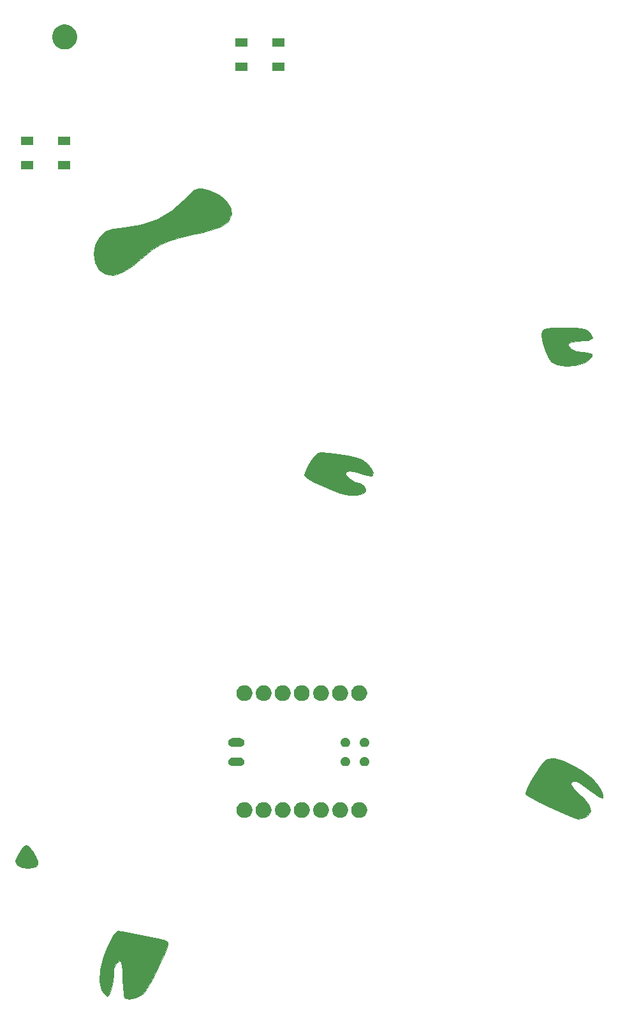
<source format=gbr>
G04 #@! TF.GenerationSoftware,KiCad,Pcbnew,(5.1.2)-1*
G04 #@! TF.CreationDate,2022-09-26T01:02:19+09:00*
G04 #@! TF.ProjectId,gopher_jump_xiao,676f7068-6572-45f6-9a75-6d705f786961,rev?*
G04 #@! TF.SameCoordinates,Original*
G04 #@! TF.FileFunction,Soldermask,Top*
G04 #@! TF.FilePolarity,Negative*
%FSLAX46Y46*%
G04 Gerber Fmt 4.6, Leading zero omitted, Abs format (unit mm)*
G04 Created by KiCad (PCBNEW (5.1.2)-1) date 2022-09-26 01:02:19*
%MOMM*%
%LPD*%
G04 APERTURE LIST*
%ADD10C,0.100000*%
G04 APERTURE END LIST*
D10*
G36*
X88470000Y-74020000D02*
G01*
X89510000Y-73680000D01*
X90440000Y-73600000D01*
X93130000Y-73160000D01*
X93310000Y-73100000D01*
X93370000Y-73080000D01*
X93430000Y-73060000D01*
X93590000Y-73010000D01*
X94170000Y-72820000D01*
X94670000Y-72650000D01*
X95190000Y-72480000D01*
X95380000Y-72420000D01*
X97290000Y-71330000D01*
X98810000Y-69940000D01*
X99350000Y-69390000D01*
X99800000Y-68910000D01*
X100350000Y-68470000D01*
X100820000Y-68300000D01*
X101340000Y-68340000D01*
X102300000Y-68590000D01*
X103640000Y-69210000D01*
X104580000Y-70020000D01*
X105120000Y-70920000D01*
X105210000Y-71840000D01*
X105100000Y-72070000D01*
X104790000Y-72700000D01*
X103830000Y-73400000D01*
X103550000Y-73520000D01*
X103240000Y-73620000D01*
X102740000Y-73780000D01*
X101560000Y-74090000D01*
X101380000Y-74140000D01*
X99970000Y-74460000D01*
X98260000Y-74840000D01*
X96910000Y-75250000D01*
X95750000Y-75780000D01*
X94680000Y-76480000D01*
X92710000Y-78070000D01*
X92450000Y-78280000D01*
X91560000Y-78920000D01*
X90790000Y-79400000D01*
X89550000Y-79810000D01*
X88490000Y-79700000D01*
X87620000Y-79070000D01*
X87130000Y-78150000D01*
X86960000Y-77000000D01*
X87150000Y-75830000D01*
X87680000Y-74780000D01*
X88470000Y-74020000D01*
G37*
X88470000Y-74020000D02*
X89510000Y-73680000D01*
X90440000Y-73600000D01*
X93130000Y-73160000D01*
X93310000Y-73100000D01*
X93370000Y-73080000D01*
X93430000Y-73060000D01*
X93590000Y-73010000D01*
X94170000Y-72820000D01*
X94670000Y-72650000D01*
X95190000Y-72480000D01*
X95380000Y-72420000D01*
X97290000Y-71330000D01*
X98810000Y-69940000D01*
X99350000Y-69390000D01*
X99800000Y-68910000D01*
X100350000Y-68470000D01*
X100820000Y-68300000D01*
X101340000Y-68340000D01*
X102300000Y-68590000D01*
X103640000Y-69210000D01*
X104580000Y-70020000D01*
X105120000Y-70920000D01*
X105210000Y-71840000D01*
X105100000Y-72070000D01*
X104790000Y-72700000D01*
X103830000Y-73400000D01*
X103550000Y-73520000D01*
X103240000Y-73620000D01*
X102740000Y-73780000D01*
X101560000Y-74090000D01*
X101380000Y-74140000D01*
X99970000Y-74460000D01*
X98260000Y-74840000D01*
X96910000Y-75250000D01*
X95750000Y-75780000D01*
X94680000Y-76480000D01*
X92710000Y-78070000D01*
X92450000Y-78280000D01*
X91560000Y-78920000D01*
X90790000Y-79400000D01*
X89550000Y-79810000D01*
X88490000Y-79700000D01*
X87620000Y-79070000D01*
X87130000Y-78150000D01*
X86960000Y-77000000D01*
X87150000Y-75830000D01*
X87680000Y-74780000D01*
X88470000Y-74020000D01*
G36*
X116690000Y-103370000D02*
G01*
X117190000Y-103310000D01*
X118170000Y-103370000D01*
X119450000Y-103530000D01*
X120660000Y-103730000D01*
X121780000Y-103980000D01*
X122540000Y-104240000D01*
X123180000Y-104710000D01*
X123720000Y-105340000D01*
X124030000Y-105960000D01*
X123980000Y-106370000D01*
X123820000Y-106410000D01*
X123180000Y-106330000D01*
X122560000Y-106160000D01*
X121840000Y-105950000D01*
X120900000Y-105790000D01*
X120390000Y-105900000D01*
X120360000Y-106250000D01*
X120880000Y-106790000D01*
X121520000Y-107190000D01*
X122040000Y-107370000D01*
X122220000Y-107390000D01*
X122720000Y-107690000D01*
X123020000Y-108150000D01*
X123020000Y-108160000D01*
X122970000Y-108460000D01*
X122950000Y-108560000D01*
X122760000Y-108690000D01*
X121890000Y-108950000D01*
X120790000Y-108960000D01*
X119650000Y-108720000D01*
X118320000Y-108210000D01*
X117400000Y-107810000D01*
X117030000Y-107650000D01*
X116440000Y-107360000D01*
X116030000Y-107160000D01*
X115920000Y-107110000D01*
X115190000Y-106670000D01*
X114910000Y-106380000D01*
X114990000Y-106010000D01*
X115320000Y-105250000D01*
X115770000Y-104460000D01*
X116300000Y-103710000D01*
X116690000Y-103370000D01*
G37*
X116690000Y-103370000D02*
X117190000Y-103310000D01*
X118170000Y-103370000D01*
X119450000Y-103530000D01*
X120660000Y-103730000D01*
X121780000Y-103980000D01*
X122540000Y-104240000D01*
X123180000Y-104710000D01*
X123720000Y-105340000D01*
X124030000Y-105960000D01*
X123980000Y-106370000D01*
X123820000Y-106410000D01*
X123180000Y-106330000D01*
X122560000Y-106160000D01*
X121840000Y-105950000D01*
X120900000Y-105790000D01*
X120390000Y-105900000D01*
X120360000Y-106250000D01*
X120880000Y-106790000D01*
X121520000Y-107190000D01*
X122040000Y-107370000D01*
X122220000Y-107390000D01*
X122720000Y-107690000D01*
X123020000Y-108150000D01*
X123020000Y-108160000D01*
X122970000Y-108460000D01*
X122950000Y-108560000D01*
X122760000Y-108690000D01*
X121890000Y-108950000D01*
X120790000Y-108960000D01*
X119650000Y-108720000D01*
X118320000Y-108210000D01*
X117400000Y-107810000D01*
X117030000Y-107650000D01*
X116440000Y-107360000D01*
X116030000Y-107160000D01*
X115920000Y-107110000D01*
X115190000Y-106670000D01*
X114910000Y-106380000D01*
X114990000Y-106010000D01*
X115320000Y-105250000D01*
X115770000Y-104460000D01*
X116300000Y-103710000D01*
X116690000Y-103370000D01*
G36*
X146610000Y-87020000D02*
G01*
X147060000Y-86860000D01*
X147910000Y-86780000D01*
X148750000Y-86760000D01*
X150100000Y-86770000D01*
X150880000Y-86770000D01*
X151720000Y-86870000D01*
X152270000Y-87050000D01*
X152690000Y-87360000D01*
X153020000Y-87730000D01*
X153120000Y-88170000D01*
X152670000Y-88430000D01*
X152640000Y-88440000D01*
X151990000Y-88490000D01*
X151200000Y-88530000D01*
X150380000Y-88660000D01*
X149950000Y-88870000D01*
X149910000Y-89170000D01*
X149910000Y-89180000D01*
X150280000Y-89590000D01*
X151010000Y-89910000D01*
X151890000Y-90030000D01*
X151940000Y-90040000D01*
X152430000Y-90060000D01*
X153030000Y-90250000D01*
X153060000Y-90630000D01*
X152490000Y-91180000D01*
X152010000Y-91450000D01*
X150880000Y-91760000D01*
X149630000Y-91830000D01*
X148460000Y-91660000D01*
X147660000Y-91250000D01*
X147310000Y-90760000D01*
X146910000Y-89870000D01*
X146590000Y-88790000D01*
X146420000Y-87820000D01*
X146460000Y-87190000D01*
X146610000Y-87020000D01*
G37*
X146610000Y-87020000D02*
X147060000Y-86860000D01*
X147910000Y-86780000D01*
X148750000Y-86760000D01*
X150100000Y-86770000D01*
X150880000Y-86770000D01*
X151720000Y-86870000D01*
X152270000Y-87050000D01*
X152690000Y-87360000D01*
X153020000Y-87730000D01*
X153120000Y-88170000D01*
X152670000Y-88430000D01*
X152640000Y-88440000D01*
X151990000Y-88490000D01*
X151200000Y-88530000D01*
X150380000Y-88660000D01*
X149950000Y-88870000D01*
X149910000Y-89170000D01*
X149910000Y-89180000D01*
X150280000Y-89590000D01*
X151010000Y-89910000D01*
X151890000Y-90030000D01*
X151940000Y-90040000D01*
X152430000Y-90060000D01*
X153030000Y-90250000D01*
X153060000Y-90630000D01*
X152490000Y-91180000D01*
X152010000Y-91450000D01*
X150880000Y-91760000D01*
X149630000Y-91830000D01*
X148460000Y-91660000D01*
X147660000Y-91250000D01*
X147310000Y-90760000D01*
X146910000Y-89870000D01*
X146590000Y-88790000D01*
X146420000Y-87820000D01*
X146460000Y-87190000D01*
X146610000Y-87020000D01*
G36*
X146610000Y-144350000D02*
G01*
X147000000Y-144040000D01*
X147730000Y-143830000D01*
X148180000Y-143890000D01*
X149220000Y-144210000D01*
X150270000Y-144690000D01*
X150510000Y-144790000D01*
X151700000Y-145450000D01*
X152740000Y-146180000D01*
X152950000Y-146360000D01*
X153670000Y-147140000D01*
X154230000Y-147970000D01*
X154520000Y-148660000D01*
X154480000Y-149080000D01*
X154180000Y-149000000D01*
X153840000Y-148810000D01*
X153520000Y-148630000D01*
X153390000Y-148540000D01*
X153320000Y-148490000D01*
X153220000Y-148420000D01*
X152980000Y-148250000D01*
X152670000Y-148030000D01*
X152330000Y-147780000D01*
X152050000Y-147580000D01*
X151730000Y-147350000D01*
X151460000Y-147160000D01*
X151030000Y-146940000D01*
X150890000Y-146870000D01*
X150540000Y-146870000D01*
X150530000Y-146870000D01*
X150280000Y-147120000D01*
X150300000Y-147340000D01*
X150670000Y-147890000D01*
X151500000Y-148700000D01*
X151950000Y-149130000D01*
X152700000Y-150110000D01*
X152890000Y-150900000D01*
X152500000Y-151480000D01*
X152070000Y-151700000D01*
X151280000Y-151860000D01*
X150990000Y-151800000D01*
X150280000Y-151550000D01*
X149130000Y-151070000D01*
X148120000Y-150610000D01*
X147530000Y-150340000D01*
X146700000Y-149950000D01*
X146120000Y-149660000D01*
X145500000Y-149340000D01*
X144760000Y-148930000D01*
X144620000Y-148850000D01*
X144300000Y-148610000D01*
X144300000Y-148400000D01*
X144530000Y-147770000D01*
X144980000Y-146880000D01*
X145500000Y-145950000D01*
X145830000Y-145430000D01*
X146100000Y-145010000D01*
X146610000Y-144350000D01*
G37*
X146610000Y-144350000D02*
X147000000Y-144040000D01*
X147730000Y-143830000D01*
X148180000Y-143890000D01*
X149220000Y-144210000D01*
X150270000Y-144690000D01*
X150510000Y-144790000D01*
X151700000Y-145450000D01*
X152740000Y-146180000D01*
X152950000Y-146360000D01*
X153670000Y-147140000D01*
X154230000Y-147970000D01*
X154520000Y-148660000D01*
X154480000Y-149080000D01*
X154180000Y-149000000D01*
X153840000Y-148810000D01*
X153520000Y-148630000D01*
X153390000Y-148540000D01*
X153320000Y-148490000D01*
X153220000Y-148420000D01*
X152980000Y-148250000D01*
X152670000Y-148030000D01*
X152330000Y-147780000D01*
X152050000Y-147580000D01*
X151730000Y-147350000D01*
X151460000Y-147160000D01*
X151030000Y-146940000D01*
X150890000Y-146870000D01*
X150540000Y-146870000D01*
X150530000Y-146870000D01*
X150280000Y-147120000D01*
X150300000Y-147340000D01*
X150670000Y-147890000D01*
X151500000Y-148700000D01*
X151950000Y-149130000D01*
X152700000Y-150110000D01*
X152890000Y-150900000D01*
X152500000Y-151480000D01*
X152070000Y-151700000D01*
X151280000Y-151860000D01*
X150990000Y-151800000D01*
X150280000Y-151550000D01*
X149130000Y-151070000D01*
X148120000Y-150610000D01*
X147530000Y-150340000D01*
X146700000Y-149950000D01*
X146120000Y-149660000D01*
X145500000Y-149340000D01*
X144760000Y-148930000D01*
X144620000Y-148850000D01*
X144300000Y-148610000D01*
X144300000Y-148400000D01*
X144530000Y-147770000D01*
X144980000Y-146880000D01*
X145500000Y-145950000D01*
X145830000Y-145430000D01*
X146100000Y-145010000D01*
X146610000Y-144350000D01*
G36*
X90070000Y-166730000D02*
G01*
X90740000Y-166830000D01*
X92430000Y-167160000D01*
X94100000Y-167480000D01*
X95390000Y-167730000D01*
X96160000Y-167920000D01*
X96580000Y-168080000D01*
X96760000Y-168230000D01*
X96790000Y-168400000D01*
X96680000Y-168920000D01*
X96360000Y-169770000D01*
X95450000Y-171700000D01*
X95190000Y-172240000D01*
X94890000Y-172810000D01*
X94590000Y-173360000D01*
X94490000Y-173530000D01*
X94180000Y-174050000D01*
X94080000Y-174230000D01*
X93590000Y-174910000D01*
X93330000Y-175150000D01*
X92480000Y-175630000D01*
X91620000Y-175790000D01*
X90990000Y-175580000D01*
X90880000Y-175080000D01*
X90820000Y-174180000D01*
X90790000Y-173220000D01*
X90780000Y-172470000D01*
X90750000Y-171910000D01*
X90710000Y-171360000D01*
X90570000Y-170850000D01*
X90340000Y-170700000D01*
X90320000Y-170700000D01*
X89890000Y-170990000D01*
X89880000Y-171000000D01*
X89600000Y-171800000D01*
X89540000Y-172540000D01*
X89460000Y-173400000D01*
X89410000Y-173850000D01*
X89160000Y-174770000D01*
X88970000Y-175200000D01*
X88960000Y-175210000D01*
X88720000Y-175390000D01*
X88360000Y-175130000D01*
X87970000Y-174570000D01*
X87700000Y-173400000D01*
X87800000Y-171880000D01*
X88230000Y-170170000D01*
X88710000Y-168910000D01*
X89190000Y-167890000D01*
X89520000Y-167350000D01*
X90070000Y-166730000D01*
G37*
X90070000Y-166730000D02*
X90740000Y-166830000D01*
X92430000Y-167160000D01*
X94100000Y-167480000D01*
X95390000Y-167730000D01*
X96160000Y-167920000D01*
X96580000Y-168080000D01*
X96760000Y-168230000D01*
X96790000Y-168400000D01*
X96680000Y-168920000D01*
X96360000Y-169770000D01*
X95450000Y-171700000D01*
X95190000Y-172240000D01*
X94890000Y-172810000D01*
X94590000Y-173360000D01*
X94490000Y-173530000D01*
X94180000Y-174050000D01*
X94080000Y-174230000D01*
X93590000Y-174910000D01*
X93330000Y-175150000D01*
X92480000Y-175630000D01*
X91620000Y-175790000D01*
X90990000Y-175580000D01*
X90880000Y-175080000D01*
X90820000Y-174180000D01*
X90790000Y-173220000D01*
X90780000Y-172470000D01*
X90750000Y-171910000D01*
X90710000Y-171360000D01*
X90570000Y-170850000D01*
X90340000Y-170700000D01*
X90320000Y-170700000D01*
X89890000Y-170990000D01*
X89880000Y-171000000D01*
X89600000Y-171800000D01*
X89540000Y-172540000D01*
X89460000Y-173400000D01*
X89410000Y-173850000D01*
X89160000Y-174770000D01*
X88970000Y-175200000D01*
X88960000Y-175210000D01*
X88720000Y-175390000D01*
X88360000Y-175130000D01*
X87970000Y-174570000D01*
X87700000Y-173400000D01*
X87800000Y-171880000D01*
X88230000Y-170170000D01*
X88710000Y-168910000D01*
X89190000Y-167890000D01*
X89520000Y-167350000D01*
X90070000Y-166730000D01*
G36*
X77950000Y-155390000D02*
G01*
X78320000Y-155560000D01*
X78730000Y-156070000D01*
X78790000Y-156150000D01*
X79210000Y-156900000D01*
X79450000Y-157450000D01*
X79510000Y-157920000D01*
X79290000Y-158170000D01*
X79150000Y-158260000D01*
X78300000Y-158440000D01*
X77430000Y-158330000D01*
X76770000Y-157980000D01*
X76500000Y-157470000D01*
X76510000Y-157380000D01*
X76750000Y-156870000D01*
X77170000Y-156160000D01*
X77610000Y-155560000D01*
X77950000Y-155390000D01*
G37*
X77950000Y-155390000D02*
X78320000Y-155560000D01*
X78730000Y-156070000D01*
X78790000Y-156150000D01*
X79210000Y-156900000D01*
X79450000Y-157450000D01*
X79510000Y-157920000D01*
X79290000Y-158170000D01*
X79150000Y-158260000D01*
X78300000Y-158440000D01*
X77430000Y-158330000D01*
X76770000Y-157980000D01*
X76500000Y-157470000D01*
X76510000Y-157380000D01*
X76750000Y-156870000D01*
X77170000Y-156160000D01*
X77610000Y-155560000D01*
X77950000Y-155390000D01*
G36*
X122487725Y-149712040D02*
G01*
X122653104Y-149780542D01*
X122677248Y-149790543D01*
X122847814Y-149904512D01*
X122992868Y-150049566D01*
X123106837Y-150220132D01*
X123185340Y-150409655D01*
X123225360Y-150610851D01*
X123225360Y-150815989D01*
X123185340Y-151017185D01*
X123106837Y-151206708D01*
X122992868Y-151377274D01*
X122847814Y-151522328D01*
X122677248Y-151636297D01*
X122677247Y-151636298D01*
X122677246Y-151636298D01*
X122487725Y-151714800D01*
X122286530Y-151754820D01*
X122081390Y-151754820D01*
X121880195Y-151714800D01*
X121690674Y-151636298D01*
X121690673Y-151636298D01*
X121690672Y-151636297D01*
X121520106Y-151522328D01*
X121375052Y-151377274D01*
X121261083Y-151206708D01*
X121182580Y-151017185D01*
X121142560Y-150815989D01*
X121142560Y-150610851D01*
X121182580Y-150409655D01*
X121261083Y-150220132D01*
X121375052Y-150049566D01*
X121520106Y-149904512D01*
X121690672Y-149790543D01*
X121714817Y-149780542D01*
X121880195Y-149712040D01*
X122081390Y-149672020D01*
X122286530Y-149672020D01*
X122487725Y-149712040D01*
X122487725Y-149712040D01*
G37*
G36*
X117417725Y-149712040D02*
G01*
X117583104Y-149780542D01*
X117607248Y-149790543D01*
X117777814Y-149904512D01*
X117922868Y-150049566D01*
X118036837Y-150220132D01*
X118115340Y-150409655D01*
X118155360Y-150610851D01*
X118155360Y-150815989D01*
X118115340Y-151017185D01*
X118036837Y-151206708D01*
X117922868Y-151377274D01*
X117777814Y-151522328D01*
X117607248Y-151636297D01*
X117607247Y-151636298D01*
X117607246Y-151636298D01*
X117417725Y-151714800D01*
X117216530Y-151754820D01*
X117011390Y-151754820D01*
X116810195Y-151714800D01*
X116620674Y-151636298D01*
X116620673Y-151636298D01*
X116620672Y-151636297D01*
X116450106Y-151522328D01*
X116305052Y-151377274D01*
X116191083Y-151206708D01*
X116112580Y-151017185D01*
X116072560Y-150815989D01*
X116072560Y-150610851D01*
X116112580Y-150409655D01*
X116191083Y-150220132D01*
X116305052Y-150049566D01*
X116450106Y-149904512D01*
X116620672Y-149790543D01*
X116644817Y-149780542D01*
X116810195Y-149712040D01*
X117011390Y-149672020D01*
X117216530Y-149672020D01*
X117417725Y-149712040D01*
X117417725Y-149712040D01*
G37*
G36*
X109787725Y-149712040D02*
G01*
X109953104Y-149780542D01*
X109977248Y-149790543D01*
X110147814Y-149904512D01*
X110292868Y-150049566D01*
X110406837Y-150220132D01*
X110485340Y-150409655D01*
X110525360Y-150610851D01*
X110525360Y-150815989D01*
X110485340Y-151017185D01*
X110406837Y-151206708D01*
X110292868Y-151377274D01*
X110147814Y-151522328D01*
X109977248Y-151636297D01*
X109977247Y-151636298D01*
X109977246Y-151636298D01*
X109787725Y-151714800D01*
X109586530Y-151754820D01*
X109381390Y-151754820D01*
X109180195Y-151714800D01*
X108990674Y-151636298D01*
X108990673Y-151636298D01*
X108990672Y-151636297D01*
X108820106Y-151522328D01*
X108675052Y-151377274D01*
X108561083Y-151206708D01*
X108482580Y-151017185D01*
X108442560Y-150815989D01*
X108442560Y-150610851D01*
X108482580Y-150409655D01*
X108561083Y-150220132D01*
X108675052Y-150049566D01*
X108820106Y-149904512D01*
X108990672Y-149790543D01*
X109014817Y-149780542D01*
X109180195Y-149712040D01*
X109381390Y-149672020D01*
X109586530Y-149672020D01*
X109787725Y-149712040D01*
X109787725Y-149712040D01*
G37*
G36*
X107247725Y-149712040D02*
G01*
X107413104Y-149780542D01*
X107437248Y-149790543D01*
X107607814Y-149904512D01*
X107752868Y-150049566D01*
X107866837Y-150220132D01*
X107945340Y-150409655D01*
X107985360Y-150610851D01*
X107985360Y-150815989D01*
X107945340Y-151017185D01*
X107866837Y-151206708D01*
X107752868Y-151377274D01*
X107607814Y-151522328D01*
X107437248Y-151636297D01*
X107437247Y-151636298D01*
X107437246Y-151636298D01*
X107247725Y-151714800D01*
X107046530Y-151754820D01*
X106841390Y-151754820D01*
X106640195Y-151714800D01*
X106450674Y-151636298D01*
X106450673Y-151636298D01*
X106450672Y-151636297D01*
X106280106Y-151522328D01*
X106135052Y-151377274D01*
X106021083Y-151206708D01*
X105942580Y-151017185D01*
X105902560Y-150815989D01*
X105902560Y-150610851D01*
X105942580Y-150409655D01*
X106021083Y-150220132D01*
X106135052Y-150049566D01*
X106280106Y-149904512D01*
X106450672Y-149790543D01*
X106474817Y-149780542D01*
X106640195Y-149712040D01*
X106841390Y-149672020D01*
X107046530Y-149672020D01*
X107247725Y-149712040D01*
X107247725Y-149712040D01*
G37*
G36*
X119957725Y-149712040D02*
G01*
X120123104Y-149780542D01*
X120147248Y-149790543D01*
X120317814Y-149904512D01*
X120462868Y-150049566D01*
X120576837Y-150220132D01*
X120655340Y-150409655D01*
X120695360Y-150610851D01*
X120695360Y-150815989D01*
X120655340Y-151017185D01*
X120576837Y-151206708D01*
X120462868Y-151377274D01*
X120317814Y-151522328D01*
X120147248Y-151636297D01*
X120147247Y-151636298D01*
X120147246Y-151636298D01*
X119957725Y-151714800D01*
X119756530Y-151754820D01*
X119551390Y-151754820D01*
X119350195Y-151714800D01*
X119160674Y-151636298D01*
X119160673Y-151636298D01*
X119160672Y-151636297D01*
X118990106Y-151522328D01*
X118845052Y-151377274D01*
X118731083Y-151206708D01*
X118652580Y-151017185D01*
X118612560Y-150815989D01*
X118612560Y-150610851D01*
X118652580Y-150409655D01*
X118731083Y-150220132D01*
X118845052Y-150049566D01*
X118990106Y-149904512D01*
X119160672Y-149790543D01*
X119184817Y-149780542D01*
X119350195Y-149712040D01*
X119551390Y-149672020D01*
X119756530Y-149672020D01*
X119957725Y-149712040D01*
X119957725Y-149712040D01*
G37*
G36*
X114867725Y-149702040D02*
G01*
X115057248Y-149780543D01*
X115227814Y-149894512D01*
X115372868Y-150039566D01*
X115486837Y-150210132D01*
X115565340Y-150399655D01*
X115605360Y-150600851D01*
X115605360Y-150805989D01*
X115565340Y-151007185D01*
X115486837Y-151196708D01*
X115372868Y-151367274D01*
X115227814Y-151512328D01*
X115057248Y-151626297D01*
X115057247Y-151626298D01*
X115057246Y-151626298D01*
X114867725Y-151704800D01*
X114666530Y-151744820D01*
X114461390Y-151744820D01*
X114260195Y-151704800D01*
X114070674Y-151626298D01*
X114070673Y-151626298D01*
X114070672Y-151626297D01*
X113900106Y-151512328D01*
X113755052Y-151367274D01*
X113641083Y-151196708D01*
X113562580Y-151007185D01*
X113522560Y-150805989D01*
X113522560Y-150600851D01*
X113562580Y-150399655D01*
X113641083Y-150210132D01*
X113755052Y-150039566D01*
X113900106Y-149894512D01*
X114070672Y-149780543D01*
X114260195Y-149702040D01*
X114461390Y-149662020D01*
X114666530Y-149662020D01*
X114867725Y-149702040D01*
X114867725Y-149702040D01*
G37*
G36*
X112337725Y-149702040D02*
G01*
X112527248Y-149780543D01*
X112697814Y-149894512D01*
X112842868Y-150039566D01*
X112956837Y-150210132D01*
X113035340Y-150399655D01*
X113075360Y-150600851D01*
X113075360Y-150805989D01*
X113035340Y-151007185D01*
X112956837Y-151196708D01*
X112842868Y-151367274D01*
X112697814Y-151512328D01*
X112527248Y-151626297D01*
X112527247Y-151626298D01*
X112527246Y-151626298D01*
X112337725Y-151704800D01*
X112136530Y-151744820D01*
X111931390Y-151744820D01*
X111730195Y-151704800D01*
X111540674Y-151626298D01*
X111540673Y-151626298D01*
X111540672Y-151626297D01*
X111370106Y-151512328D01*
X111225052Y-151367274D01*
X111111083Y-151196708D01*
X111032580Y-151007185D01*
X110992560Y-150805989D01*
X110992560Y-150600851D01*
X111032580Y-150399655D01*
X111111083Y-150210132D01*
X111225052Y-150039566D01*
X111370106Y-149894512D01*
X111540672Y-149780543D01*
X111730195Y-149702040D01*
X111931390Y-149662020D01*
X112136530Y-149662020D01*
X112337725Y-149702040D01*
X112337725Y-149702040D01*
G37*
G36*
X120459591Y-143671684D02*
G01*
X120519724Y-143683645D01*
X120557486Y-143699287D01*
X120633013Y-143730571D01*
X120734965Y-143798693D01*
X120821677Y-143885405D01*
X120889799Y-143987357D01*
X120936725Y-144100647D01*
X120960647Y-144220911D01*
X120960647Y-144343535D01*
X120936725Y-144463799D01*
X120889799Y-144577089D01*
X120821677Y-144679041D01*
X120734965Y-144765753D01*
X120633013Y-144833875D01*
X120557486Y-144865159D01*
X120519724Y-144880801D01*
X120459591Y-144892762D01*
X120399459Y-144904723D01*
X120276835Y-144904723D01*
X120216703Y-144892762D01*
X120156570Y-144880801D01*
X120118808Y-144865159D01*
X120043281Y-144833875D01*
X119941329Y-144765753D01*
X119854617Y-144679041D01*
X119786495Y-144577089D01*
X119739569Y-144463799D01*
X119715647Y-144343535D01*
X119715647Y-144220911D01*
X119739569Y-144100647D01*
X119786495Y-143987357D01*
X119854617Y-143885405D01*
X119941329Y-143798693D01*
X120043281Y-143730571D01*
X120118808Y-143699287D01*
X120156570Y-143683645D01*
X120216703Y-143671684D01*
X120276835Y-143659723D01*
X120399459Y-143659723D01*
X120459591Y-143671684D01*
X120459591Y-143671684D01*
G37*
G36*
X122999591Y-143671684D02*
G01*
X123059724Y-143683645D01*
X123097486Y-143699287D01*
X123173013Y-143730571D01*
X123274965Y-143798693D01*
X123361677Y-143885405D01*
X123429799Y-143987357D01*
X123476725Y-144100647D01*
X123500647Y-144220911D01*
X123500647Y-144343535D01*
X123476725Y-144463799D01*
X123429799Y-144577089D01*
X123361677Y-144679041D01*
X123274965Y-144765753D01*
X123173013Y-144833875D01*
X123097486Y-144865159D01*
X123059724Y-144880801D01*
X122999591Y-144892762D01*
X122939459Y-144904723D01*
X122816835Y-144904723D01*
X122756703Y-144892762D01*
X122696570Y-144880801D01*
X122658808Y-144865159D01*
X122583281Y-144833875D01*
X122481329Y-144765753D01*
X122394617Y-144679041D01*
X122326495Y-144577089D01*
X122279569Y-144463799D01*
X122255647Y-144343535D01*
X122255647Y-144220911D01*
X122279569Y-144100647D01*
X122326495Y-143987357D01*
X122394617Y-143885405D01*
X122481329Y-143798693D01*
X122583281Y-143730571D01*
X122658808Y-143699287D01*
X122696570Y-143683645D01*
X122756703Y-143671684D01*
X122816835Y-143659723D01*
X122939459Y-143659723D01*
X122999591Y-143671684D01*
X122999591Y-143671684D01*
G37*
G36*
X106491539Y-143742508D02*
G01*
X106491542Y-143742509D01*
X106491543Y-143742509D01*
X106596915Y-143774473D01*
X106596918Y-143774475D01*
X106596919Y-143774475D01*
X106694025Y-143826379D01*
X106694027Y-143826380D01*
X106694026Y-143826380D01*
X106779145Y-143896235D01*
X106849000Y-143981354D01*
X106900907Y-144078465D01*
X106932871Y-144183837D01*
X106932872Y-144183841D01*
X106943664Y-144293420D01*
X106932872Y-144402999D01*
X106932871Y-144403002D01*
X106932871Y-144403003D01*
X106900907Y-144508375D01*
X106900905Y-144508378D01*
X106900905Y-144508379D01*
X106849001Y-144605485D01*
X106779145Y-144690605D01*
X106694025Y-144760461D01*
X106684124Y-144765753D01*
X106596915Y-144812367D01*
X106491543Y-144844331D01*
X106491542Y-144844331D01*
X106491539Y-144844332D01*
X106409418Y-144852420D01*
X105338502Y-144852420D01*
X105256381Y-144844332D01*
X105256378Y-144844331D01*
X105256377Y-144844331D01*
X105151005Y-144812367D01*
X105063796Y-144765753D01*
X105053895Y-144760461D01*
X104968775Y-144690605D01*
X104898919Y-144605485D01*
X104847015Y-144508379D01*
X104847015Y-144508378D01*
X104847013Y-144508375D01*
X104815049Y-144403003D01*
X104815049Y-144403002D01*
X104815048Y-144402999D01*
X104804256Y-144293420D01*
X104815048Y-144183841D01*
X104815049Y-144183837D01*
X104847013Y-144078465D01*
X104898920Y-143981354D01*
X104968775Y-143896235D01*
X105053894Y-143826380D01*
X105053893Y-143826380D01*
X105053895Y-143826379D01*
X105151001Y-143774475D01*
X105151002Y-143774475D01*
X105151005Y-143774473D01*
X105256377Y-143742509D01*
X105256378Y-143742509D01*
X105256381Y-143742508D01*
X105338502Y-143734420D01*
X106409418Y-143734420D01*
X106491539Y-143742508D01*
X106491539Y-143742508D01*
G37*
G36*
X120459591Y-141131684D02*
G01*
X120519724Y-141143645D01*
X120557486Y-141159287D01*
X120633013Y-141190571D01*
X120734965Y-141258693D01*
X120821677Y-141345405D01*
X120889799Y-141447357D01*
X120936725Y-141560647D01*
X120960647Y-141680911D01*
X120960647Y-141803535D01*
X120936725Y-141923799D01*
X120889799Y-142037089D01*
X120821677Y-142139041D01*
X120734965Y-142225753D01*
X120633013Y-142293875D01*
X120557486Y-142325159D01*
X120519724Y-142340801D01*
X120459591Y-142352762D01*
X120399459Y-142364723D01*
X120276835Y-142364723D01*
X120216703Y-142352762D01*
X120156570Y-142340801D01*
X120118808Y-142325159D01*
X120043281Y-142293875D01*
X119941329Y-142225753D01*
X119854617Y-142139041D01*
X119786495Y-142037089D01*
X119739569Y-141923799D01*
X119715647Y-141803535D01*
X119715647Y-141680911D01*
X119739569Y-141560647D01*
X119786495Y-141447357D01*
X119854617Y-141345405D01*
X119941329Y-141258693D01*
X120043281Y-141190571D01*
X120118808Y-141159287D01*
X120156570Y-141143645D01*
X120216703Y-141131684D01*
X120276835Y-141119723D01*
X120399459Y-141119723D01*
X120459591Y-141131684D01*
X120459591Y-141131684D01*
G37*
G36*
X122999591Y-141131684D02*
G01*
X123059724Y-141143645D01*
X123097486Y-141159287D01*
X123173013Y-141190571D01*
X123274965Y-141258693D01*
X123361677Y-141345405D01*
X123429799Y-141447357D01*
X123476725Y-141560647D01*
X123500647Y-141680911D01*
X123500647Y-141803535D01*
X123476725Y-141923799D01*
X123429799Y-142037089D01*
X123361677Y-142139041D01*
X123274965Y-142225753D01*
X123173013Y-142293875D01*
X123097486Y-142325159D01*
X123059724Y-142340801D01*
X122999591Y-142352762D01*
X122939459Y-142364723D01*
X122816835Y-142364723D01*
X122756703Y-142352762D01*
X122696570Y-142340801D01*
X122658808Y-142325159D01*
X122583281Y-142293875D01*
X122481329Y-142225753D01*
X122394617Y-142139041D01*
X122326495Y-142037089D01*
X122279569Y-141923799D01*
X122255647Y-141803535D01*
X122255647Y-141680911D01*
X122279569Y-141560647D01*
X122326495Y-141447357D01*
X122394617Y-141345405D01*
X122481329Y-141258693D01*
X122583281Y-141190571D01*
X122658808Y-141159287D01*
X122696570Y-141143645D01*
X122756703Y-141131684D01*
X122816835Y-141119723D01*
X122939459Y-141119723D01*
X122999591Y-141131684D01*
X122999591Y-141131684D01*
G37*
G36*
X106491539Y-141192508D02*
G01*
X106491542Y-141192509D01*
X106491543Y-141192509D01*
X106596915Y-141224473D01*
X106596918Y-141224475D01*
X106596919Y-141224475D01*
X106694025Y-141276379D01*
X106694027Y-141276380D01*
X106694026Y-141276380D01*
X106779145Y-141346235D01*
X106849000Y-141431354D01*
X106900907Y-141528465D01*
X106910669Y-141560647D01*
X106932872Y-141633841D01*
X106943664Y-141743420D01*
X106932872Y-141852999D01*
X106932871Y-141853002D01*
X106932871Y-141853003D01*
X106900907Y-141958375D01*
X106900905Y-141958378D01*
X106900905Y-141958379D01*
X106849001Y-142055485D01*
X106779145Y-142140605D01*
X106694025Y-142210461D01*
X106596919Y-142262365D01*
X106596915Y-142262367D01*
X106491543Y-142294331D01*
X106491542Y-142294331D01*
X106491539Y-142294332D01*
X106409418Y-142302420D01*
X105338502Y-142302420D01*
X105256381Y-142294332D01*
X105256378Y-142294331D01*
X105256377Y-142294331D01*
X105151005Y-142262367D01*
X105151001Y-142262365D01*
X105053895Y-142210461D01*
X104968775Y-142140605D01*
X104898919Y-142055485D01*
X104847015Y-141958379D01*
X104847015Y-141958378D01*
X104847013Y-141958375D01*
X104815049Y-141853003D01*
X104815049Y-141853002D01*
X104815048Y-141852999D01*
X104804256Y-141743420D01*
X104815048Y-141633841D01*
X104837251Y-141560647D01*
X104847013Y-141528465D01*
X104898920Y-141431354D01*
X104968775Y-141346235D01*
X105053894Y-141276380D01*
X105053893Y-141276380D01*
X105053895Y-141276379D01*
X105151001Y-141224475D01*
X105151002Y-141224475D01*
X105151005Y-141224473D01*
X105256377Y-141192509D01*
X105256378Y-141192509D01*
X105256381Y-141192508D01*
X105338502Y-141184420D01*
X106409418Y-141184420D01*
X106491539Y-141192508D01*
X106491539Y-141192508D01*
G37*
G36*
X109797725Y-134212040D02*
G01*
X109963104Y-134280542D01*
X109987248Y-134290543D01*
X110157814Y-134404512D01*
X110302868Y-134549566D01*
X110416837Y-134720132D01*
X110495340Y-134909655D01*
X110535360Y-135110851D01*
X110535360Y-135315989D01*
X110495340Y-135517185D01*
X110416837Y-135706708D01*
X110302868Y-135877274D01*
X110157814Y-136022328D01*
X109987248Y-136136297D01*
X109987247Y-136136298D01*
X109987246Y-136136298D01*
X109797725Y-136214800D01*
X109596530Y-136254820D01*
X109391390Y-136254820D01*
X109190195Y-136214800D01*
X109000674Y-136136298D01*
X109000673Y-136136298D01*
X109000672Y-136136297D01*
X108830106Y-136022328D01*
X108685052Y-135877274D01*
X108571083Y-135706708D01*
X108492580Y-135517185D01*
X108452560Y-135315989D01*
X108452560Y-135110851D01*
X108492580Y-134909655D01*
X108571083Y-134720132D01*
X108685052Y-134549566D01*
X108830106Y-134404512D01*
X109000672Y-134290543D01*
X109024817Y-134280542D01*
X109190195Y-134212040D01*
X109391390Y-134172020D01*
X109596530Y-134172020D01*
X109797725Y-134212040D01*
X109797725Y-134212040D01*
G37*
G36*
X119947725Y-134212040D02*
G01*
X120113104Y-134280542D01*
X120137248Y-134290543D01*
X120307814Y-134404512D01*
X120452868Y-134549566D01*
X120566837Y-134720132D01*
X120645340Y-134909655D01*
X120685360Y-135110851D01*
X120685360Y-135315989D01*
X120645340Y-135517185D01*
X120566837Y-135706708D01*
X120452868Y-135877274D01*
X120307814Y-136022328D01*
X120137248Y-136136297D01*
X120137247Y-136136298D01*
X120137246Y-136136298D01*
X119947725Y-136214800D01*
X119746530Y-136254820D01*
X119541390Y-136254820D01*
X119340195Y-136214800D01*
X119150674Y-136136298D01*
X119150673Y-136136298D01*
X119150672Y-136136297D01*
X118980106Y-136022328D01*
X118835052Y-135877274D01*
X118721083Y-135706708D01*
X118642580Y-135517185D01*
X118602560Y-135315989D01*
X118602560Y-135110851D01*
X118642580Y-134909655D01*
X118721083Y-134720132D01*
X118835052Y-134549566D01*
X118980106Y-134404512D01*
X119150672Y-134290543D01*
X119174817Y-134280542D01*
X119340195Y-134212040D01*
X119541390Y-134172020D01*
X119746530Y-134172020D01*
X119947725Y-134212040D01*
X119947725Y-134212040D01*
G37*
G36*
X117417725Y-134212040D02*
G01*
X117583104Y-134280542D01*
X117607248Y-134290543D01*
X117777814Y-134404512D01*
X117922868Y-134549566D01*
X118036837Y-134720132D01*
X118115340Y-134909655D01*
X118155360Y-135110851D01*
X118155360Y-135315989D01*
X118115340Y-135517185D01*
X118036837Y-135706708D01*
X117922868Y-135877274D01*
X117777814Y-136022328D01*
X117607248Y-136136297D01*
X117607247Y-136136298D01*
X117607246Y-136136298D01*
X117417725Y-136214800D01*
X117216530Y-136254820D01*
X117011390Y-136254820D01*
X116810195Y-136214800D01*
X116620674Y-136136298D01*
X116620673Y-136136298D01*
X116620672Y-136136297D01*
X116450106Y-136022328D01*
X116305052Y-135877274D01*
X116191083Y-135706708D01*
X116112580Y-135517185D01*
X116072560Y-135315989D01*
X116072560Y-135110851D01*
X116112580Y-134909655D01*
X116191083Y-134720132D01*
X116305052Y-134549566D01*
X116450106Y-134404512D01*
X116620672Y-134290543D01*
X116644817Y-134280542D01*
X116810195Y-134212040D01*
X117011390Y-134172020D01*
X117216530Y-134172020D01*
X117417725Y-134212040D01*
X117417725Y-134212040D01*
G37*
G36*
X114857725Y-134212040D02*
G01*
X115023104Y-134280542D01*
X115047248Y-134290543D01*
X115217814Y-134404512D01*
X115362868Y-134549566D01*
X115476837Y-134720132D01*
X115555340Y-134909655D01*
X115595360Y-135110851D01*
X115595360Y-135315989D01*
X115555340Y-135517185D01*
X115476837Y-135706708D01*
X115362868Y-135877274D01*
X115217814Y-136022328D01*
X115047248Y-136136297D01*
X115047247Y-136136298D01*
X115047246Y-136136298D01*
X114857725Y-136214800D01*
X114656530Y-136254820D01*
X114451390Y-136254820D01*
X114250195Y-136214800D01*
X114060674Y-136136298D01*
X114060673Y-136136298D01*
X114060672Y-136136297D01*
X113890106Y-136022328D01*
X113745052Y-135877274D01*
X113631083Y-135706708D01*
X113552580Y-135517185D01*
X113512560Y-135315989D01*
X113512560Y-135110851D01*
X113552580Y-134909655D01*
X113631083Y-134720132D01*
X113745052Y-134549566D01*
X113890106Y-134404512D01*
X114060672Y-134290543D01*
X114084817Y-134280542D01*
X114250195Y-134212040D01*
X114451390Y-134172020D01*
X114656530Y-134172020D01*
X114857725Y-134212040D01*
X114857725Y-134212040D01*
G37*
G36*
X112327725Y-134212040D02*
G01*
X112493104Y-134280542D01*
X112517248Y-134290543D01*
X112687814Y-134404512D01*
X112832868Y-134549566D01*
X112946837Y-134720132D01*
X113025340Y-134909655D01*
X113065360Y-135110851D01*
X113065360Y-135315989D01*
X113025340Y-135517185D01*
X112946837Y-135706708D01*
X112832868Y-135877274D01*
X112687814Y-136022328D01*
X112517248Y-136136297D01*
X112517247Y-136136298D01*
X112517246Y-136136298D01*
X112327725Y-136214800D01*
X112126530Y-136254820D01*
X111921390Y-136254820D01*
X111720195Y-136214800D01*
X111530674Y-136136298D01*
X111530673Y-136136298D01*
X111530672Y-136136297D01*
X111360106Y-136022328D01*
X111215052Y-135877274D01*
X111101083Y-135706708D01*
X111022580Y-135517185D01*
X110982560Y-135315989D01*
X110982560Y-135110851D01*
X111022580Y-134909655D01*
X111101083Y-134720132D01*
X111215052Y-134549566D01*
X111360106Y-134404512D01*
X111530672Y-134290543D01*
X111554817Y-134280542D01*
X111720195Y-134212040D01*
X111921390Y-134172020D01*
X112126530Y-134172020D01*
X112327725Y-134212040D01*
X112327725Y-134212040D01*
G37*
G36*
X107247725Y-134212040D02*
G01*
X107413104Y-134280542D01*
X107437248Y-134290543D01*
X107607814Y-134404512D01*
X107752868Y-134549566D01*
X107866837Y-134720132D01*
X107945340Y-134909655D01*
X107985360Y-135110851D01*
X107985360Y-135315989D01*
X107945340Y-135517185D01*
X107866837Y-135706708D01*
X107752868Y-135877274D01*
X107607814Y-136022328D01*
X107437248Y-136136297D01*
X107437247Y-136136298D01*
X107437246Y-136136298D01*
X107247725Y-136214800D01*
X107046530Y-136254820D01*
X106841390Y-136254820D01*
X106640195Y-136214800D01*
X106450674Y-136136298D01*
X106450673Y-136136298D01*
X106450672Y-136136297D01*
X106280106Y-136022328D01*
X106135052Y-135877274D01*
X106021083Y-135706708D01*
X105942580Y-135517185D01*
X105902560Y-135315989D01*
X105902560Y-135110851D01*
X105942580Y-134909655D01*
X106021083Y-134720132D01*
X106135052Y-134549566D01*
X106280106Y-134404512D01*
X106450672Y-134290543D01*
X106474817Y-134280542D01*
X106640195Y-134212040D01*
X106841390Y-134172020D01*
X107046530Y-134172020D01*
X107247725Y-134212040D01*
X107247725Y-134212040D01*
G37*
G36*
X122487725Y-134202040D02*
G01*
X122677248Y-134280543D01*
X122847814Y-134394512D01*
X122992868Y-134539566D01*
X123106837Y-134710132D01*
X123185340Y-134899655D01*
X123225360Y-135100851D01*
X123225360Y-135305989D01*
X123185340Y-135507185D01*
X123106837Y-135696708D01*
X122992868Y-135867274D01*
X122847814Y-136012328D01*
X122677248Y-136126297D01*
X122677247Y-136126298D01*
X122677246Y-136126298D01*
X122487725Y-136204800D01*
X122286530Y-136244820D01*
X122081390Y-136244820D01*
X121880195Y-136204800D01*
X121690674Y-136126298D01*
X121690673Y-136126298D01*
X121690672Y-136126297D01*
X121520106Y-136012328D01*
X121375052Y-135867274D01*
X121261083Y-135696708D01*
X121182580Y-135507185D01*
X121142560Y-135305989D01*
X121142560Y-135100851D01*
X121182580Y-134899655D01*
X121261083Y-134710132D01*
X121375052Y-134539566D01*
X121520106Y-134394512D01*
X121690672Y-134280543D01*
X121880195Y-134202040D01*
X122081390Y-134162020D01*
X122286530Y-134162020D01*
X122487725Y-134202040D01*
X122487725Y-134202040D01*
G37*
G36*
X78881000Y-65761000D02*
G01*
X77279000Y-65761000D01*
X77279000Y-64659000D01*
X78881000Y-64659000D01*
X78881000Y-65761000D01*
X78881000Y-65761000D01*
G37*
G36*
X83781000Y-65761000D02*
G01*
X82179000Y-65761000D01*
X82179000Y-64659000D01*
X83781000Y-64659000D01*
X83781000Y-65761000D01*
X83781000Y-65761000D01*
G37*
G36*
X78881000Y-62561000D02*
G01*
X77279000Y-62561000D01*
X77279000Y-61459000D01*
X78881000Y-61459000D01*
X78881000Y-62561000D01*
X78881000Y-62561000D01*
G37*
G36*
X83781000Y-62561000D02*
G01*
X82179000Y-62561000D01*
X82179000Y-61459000D01*
X83781000Y-61459000D01*
X83781000Y-62561000D01*
X83781000Y-62561000D01*
G37*
G36*
X107331000Y-52731000D02*
G01*
X105729000Y-52731000D01*
X105729000Y-51629000D01*
X107331000Y-51629000D01*
X107331000Y-52731000D01*
X107331000Y-52731000D01*
G37*
G36*
X112231000Y-52731000D02*
G01*
X110629000Y-52731000D01*
X110629000Y-51629000D01*
X112231000Y-51629000D01*
X112231000Y-52731000D01*
X112231000Y-52731000D01*
G37*
G36*
X83445256Y-46641298D02*
G01*
X83551579Y-46662447D01*
X83852042Y-46786903D01*
X84122451Y-46967585D01*
X84352415Y-47197549D01*
X84533097Y-47467958D01*
X84657553Y-47768421D01*
X84721000Y-48087391D01*
X84721000Y-48412609D01*
X84657553Y-48731579D01*
X84533097Y-49032042D01*
X84352415Y-49302451D01*
X84122451Y-49532415D01*
X83852042Y-49713097D01*
X83551579Y-49837553D01*
X83445256Y-49858702D01*
X83232611Y-49901000D01*
X82907389Y-49901000D01*
X82694744Y-49858702D01*
X82588421Y-49837553D01*
X82287958Y-49713097D01*
X82017549Y-49532415D01*
X81787585Y-49302451D01*
X81606903Y-49032042D01*
X81482447Y-48731579D01*
X81419000Y-48412609D01*
X81419000Y-48087391D01*
X81482447Y-47768421D01*
X81606903Y-47467958D01*
X81787585Y-47197549D01*
X82017549Y-46967585D01*
X82287958Y-46786903D01*
X82588421Y-46662447D01*
X82694744Y-46641298D01*
X82907389Y-46599000D01*
X83232611Y-46599000D01*
X83445256Y-46641298D01*
X83445256Y-46641298D01*
G37*
G36*
X107331000Y-49531000D02*
G01*
X105729000Y-49531000D01*
X105729000Y-48429000D01*
X107331000Y-48429000D01*
X107331000Y-49531000D01*
X107331000Y-49531000D01*
G37*
G36*
X112231000Y-49531000D02*
G01*
X110629000Y-49531000D01*
X110629000Y-48429000D01*
X112231000Y-48429000D01*
X112231000Y-49531000D01*
X112231000Y-49531000D01*
G37*
M02*

</source>
